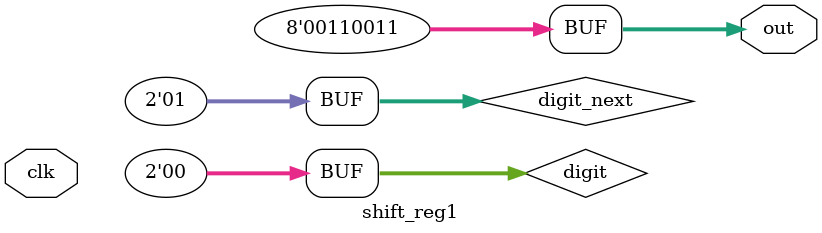
<source format=v>
module shift_reg1(clk, out);
input clk;
 output [7:0]  out;
 reg [1:0] digit ;
reg [1:0]  digit_next;
assign digit=0;
assign digit_next = digit+1;
always @(posedge clk)
begin
digit=digit_next;
 end
assign out = digit[1] ? (digit[0] ? 8'h7E : 8'h30) : (digit[0] ? 8'h7E : 8'h33);
endmodule 



</source>
